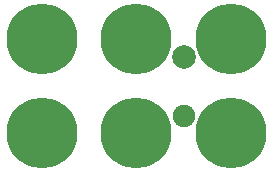
<source format=gtl>
%TF.GenerationSoftware,KiCad,Pcbnew,4.0.5-e0-6337~49~ubuntu16.04.1*%
%TF.CreationDate,2017-01-13T07:36:20-08:00*%
%TF.ProjectId,2x3-LED-TH-5mm-Pitch-Magnet,3278332D4C45442D54482D356D6D2D50,1.0*%
%TF.FileFunction,Copper,L1,Top,Signal*%
%FSLAX46Y46*%
G04 Gerber Fmt 4.6, Leading zero omitted, Abs format (unit mm)*
G04 Created by KiCad (PCBNEW 4.0.5-e0-6337~49~ubuntu16.04.1) date Fri Jan 13 07:36:20 2017*
%MOMM*%
%LPD*%
G01*
G04 APERTURE LIST*
%ADD10C,0.350000*%
%ADD11C,2.000000*%
%ADD12C,1.900000*%
%ADD13C,6.000000*%
%ADD14C,0.350000*%
G04 APERTURE END LIST*
D10*
D11*
X153480000Y-95100000D03*
D12*
X153480000Y-100100000D03*
D13*
X141480000Y-101600000D03*
X141480000Y-93600000D03*
X157480000Y-93600000D03*
X157480000Y-101600000D03*
X149480000Y-93600000D03*
X149480000Y-101600000D03*
D14*
X153480000Y-95100000D03*
X153480000Y-100100000D03*
X141480000Y-101600000D03*
X141480000Y-93600000D03*
X157480000Y-93600000D03*
X157480000Y-101600000D03*
X149480000Y-93600000D03*
X149480000Y-101600000D03*
M02*

</source>
